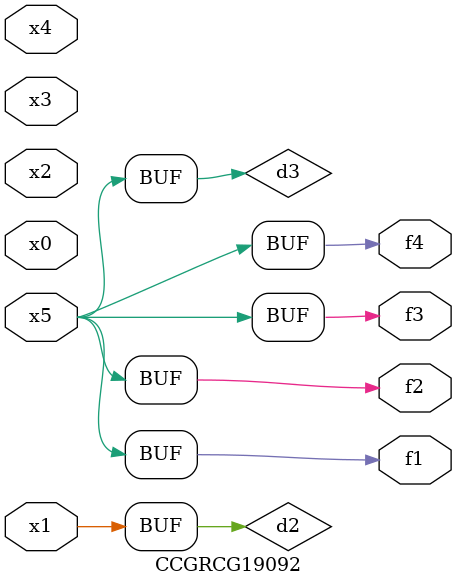
<source format=v>
module CCGRCG19092(
	input x0, x1, x2, x3, x4, x5,
	output f1, f2, f3, f4
);

	wire d1, d2, d3;

	not (d1, x5);
	or (d2, x1);
	xnor (d3, d1);
	assign f1 = d3;
	assign f2 = d3;
	assign f3 = d3;
	assign f4 = d3;
endmodule

</source>
